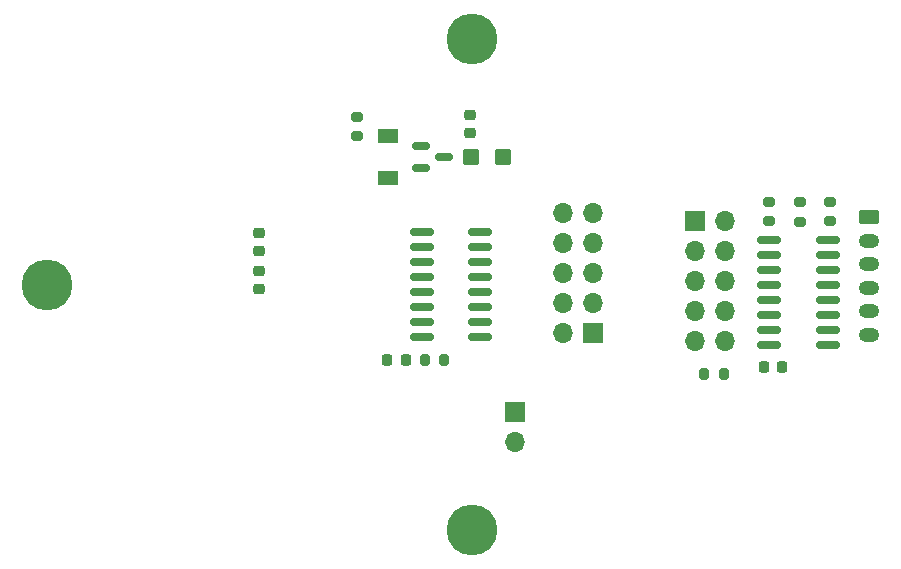
<source format=gbr>
%TF.GenerationSoftware,KiCad,Pcbnew,(6.0.7-1)-1*%
%TF.CreationDate,2022-11-03T17:35:00-04:00*%
%TF.ProjectId,encoder_driver,656e636f-6465-4725-9f64-72697665722e,rev?*%
%TF.SameCoordinates,Original*%
%TF.FileFunction,Soldermask,Top*%
%TF.FilePolarity,Negative*%
%FSLAX46Y46*%
G04 Gerber Fmt 4.6, Leading zero omitted, Abs format (unit mm)*
G04 Created by KiCad (PCBNEW (6.0.7-1)-1) date 2022-11-03 17:35:00*
%MOMM*%
%LPD*%
G01*
G04 APERTURE LIST*
G04 Aperture macros list*
%AMRoundRect*
0 Rectangle with rounded corners*
0 $1 Rounding radius*
0 $2 $3 $4 $5 $6 $7 $8 $9 X,Y pos of 4 corners*
0 Add a 4 corners polygon primitive as box body*
4,1,4,$2,$3,$4,$5,$6,$7,$8,$9,$2,$3,0*
0 Add four circle primitives for the rounded corners*
1,1,$1+$1,$2,$3*
1,1,$1+$1,$4,$5*
1,1,$1+$1,$6,$7*
1,1,$1+$1,$8,$9*
0 Add four rect primitives between the rounded corners*
20,1,$1+$1,$2,$3,$4,$5,0*
20,1,$1+$1,$4,$5,$6,$7,0*
20,1,$1+$1,$6,$7,$8,$9,0*
20,1,$1+$1,$8,$9,$2,$3,0*%
G04 Aperture macros list end*
%ADD10C,4.300000*%
%ADD11RoundRect,0.250000X-0.625000X0.350000X-0.625000X-0.350000X0.625000X-0.350000X0.625000X0.350000X0*%
%ADD12O,1.750000X1.200000*%
%ADD13RoundRect,0.150000X-0.825000X-0.150000X0.825000X-0.150000X0.825000X0.150000X-0.825000X0.150000X0*%
%ADD14R,1.700000X1.700000*%
%ADD15O,1.700000X1.700000*%
%ADD16RoundRect,0.225000X0.250000X-0.225000X0.250000X0.225000X-0.250000X0.225000X-0.250000X-0.225000X0*%
%ADD17RoundRect,0.200000X-0.275000X0.200000X-0.275000X-0.200000X0.275000X-0.200000X0.275000X0.200000X0*%
%ADD18RoundRect,0.200000X0.275000X-0.200000X0.275000X0.200000X-0.275000X0.200000X-0.275000X-0.200000X0*%
%ADD19RoundRect,0.150000X0.825000X0.150000X-0.825000X0.150000X-0.825000X-0.150000X0.825000X-0.150000X0*%
%ADD20RoundRect,0.200000X-0.200000X-0.275000X0.200000X-0.275000X0.200000X0.275000X-0.200000X0.275000X0*%
%ADD21RoundRect,0.150000X-0.587500X-0.150000X0.587500X-0.150000X0.587500X0.150000X-0.587500X0.150000X0*%
%ADD22RoundRect,0.200000X0.200000X0.275000X-0.200000X0.275000X-0.200000X-0.275000X0.200000X-0.275000X0*%
%ADD23RoundRect,0.225000X0.225000X0.250000X-0.225000X0.250000X-0.225000X-0.250000X0.225000X-0.250000X0*%
%ADD24R,1.700000X1.300000*%
%ADD25RoundRect,0.225000X-0.250000X0.225000X-0.250000X-0.225000X0.250000X-0.225000X0.250000X0.225000X0*%
%ADD26RoundRect,0.250000X-0.450000X-0.425000X0.450000X-0.425000X0.450000X0.425000X-0.450000X0.425000X0*%
G04 APERTURE END LIST*
D10*
%TO.C,REF\u002A\u002A*%
X113600000Y-96984610D03*
%TD*%
%TO.C,REF\u002A\u002A*%
X77600000Y-76200000D03*
%TD*%
%TO.C,REF\u002A\u002A*%
X113600000Y-55415390D03*
%TD*%
D11*
%TO.C,J3*%
X147225000Y-70475000D03*
D12*
X147225000Y-72475000D03*
X147225000Y-74475000D03*
X147225000Y-76475000D03*
X147225000Y-78475000D03*
X147225000Y-80475000D03*
%TD*%
D13*
%TO.C,U3*%
X138750000Y-72430000D03*
X138750000Y-73700000D03*
X138750000Y-74970000D03*
X138750000Y-76240000D03*
X138750000Y-77510000D03*
X138750000Y-78780000D03*
X138750000Y-80050000D03*
X138750000Y-81320000D03*
X143700000Y-81320000D03*
X143700000Y-80050000D03*
X143700000Y-78780000D03*
X143700000Y-77510000D03*
X143700000Y-76240000D03*
X143700000Y-74970000D03*
X143700000Y-73700000D03*
X143700000Y-72430000D03*
%TD*%
D14*
%TO.C,J1*%
X123875000Y-80275000D03*
D15*
X121335000Y-80275000D03*
X123875000Y-77735000D03*
X121335000Y-77735000D03*
X123875000Y-75195000D03*
X121335000Y-75195000D03*
X123875000Y-72655000D03*
X121335000Y-72655000D03*
X123875000Y-70115000D03*
X121335000Y-70115000D03*
%TD*%
D16*
%TO.C,C4*%
X113450000Y-61850000D03*
X113450000Y-63400000D03*
%TD*%
D17*
%TO.C,R4*%
X141325000Y-69250000D03*
X141325000Y-70900000D03*
%TD*%
D18*
%TO.C,R6*%
X143910000Y-69185000D03*
X143910000Y-70835000D03*
%TD*%
D19*
%TO.C,U2*%
X114275000Y-80645000D03*
X114275000Y-79375000D03*
X114275000Y-78105000D03*
X114275000Y-76835000D03*
X114275000Y-75565000D03*
X114275000Y-74295000D03*
X114275000Y-73025000D03*
X114275000Y-71755000D03*
X109325000Y-71755000D03*
X109325000Y-73025000D03*
X109325000Y-74295000D03*
X109325000Y-75565000D03*
X109325000Y-76835000D03*
X109325000Y-78105000D03*
X109325000Y-79375000D03*
X109325000Y-80645000D03*
%TD*%
D16*
%TO.C,C1*%
X95600000Y-71825000D03*
X95600000Y-73375000D03*
%TD*%
D15*
%TO.C,J4*%
X117200000Y-89540000D03*
D14*
X117200000Y-87000000D03*
%TD*%
D20*
%TO.C,R5*%
X133275000Y-83800000D03*
X134925000Y-83800000D03*
%TD*%
D21*
%TO.C,Q1*%
X109312500Y-64450000D03*
X109312500Y-66350000D03*
X111187500Y-65400000D03*
%TD*%
D22*
%TO.C,R2*%
X111225000Y-82600000D03*
X109575000Y-82600000D03*
%TD*%
D23*
%TO.C,C2*%
X107975000Y-82600000D03*
X106425000Y-82600000D03*
%TD*%
D24*
%TO.C,D1*%
X106450000Y-67150000D03*
X106450000Y-63650000D03*
%TD*%
D14*
%TO.C,J2*%
X132510000Y-70860000D03*
D15*
X135050000Y-70860000D03*
X132510000Y-73400000D03*
X135050000Y-73400000D03*
X132510000Y-75940000D03*
X135050000Y-75940000D03*
X132510000Y-78480000D03*
X135050000Y-78480000D03*
X132510000Y-81020000D03*
X135050000Y-81020000D03*
%TD*%
D17*
%TO.C,R3*%
X138725000Y-69185000D03*
X138725000Y-70835000D03*
%TD*%
D25*
%TO.C,C6*%
X95600000Y-76575000D03*
X95600000Y-75025000D03*
%TD*%
D23*
%TO.C,C3*%
X138325000Y-83210000D03*
X139875000Y-83210000D03*
%TD*%
D26*
%TO.C,C5*%
X113500000Y-65400000D03*
X116200000Y-65400000D03*
%TD*%
D18*
%TO.C,R1*%
X103850000Y-61975000D03*
X103850000Y-63625000D03*
%TD*%
M02*

</source>
